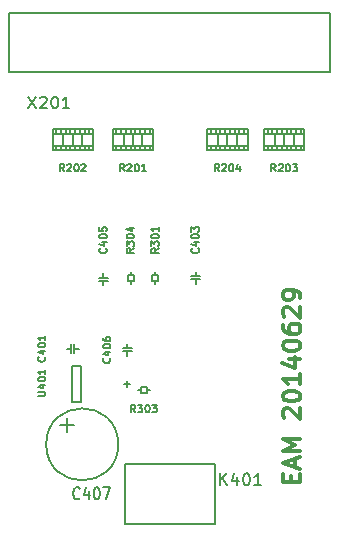
<source format=gto>
G04 #@! TF.GenerationSoftware,KiCad,Pcbnew,(5.1.5)-3*
G04 #@! TF.CreationDate,2021-08-10T21:54:11+02:00*
G04 #@! TF.ProjectId,eam,65616d2e-6b69-4636-9164-5f7063625858,0429 -*
G04 #@! TF.SameCoordinates,Original*
G04 #@! TF.FileFunction,Legend,Top*
G04 #@! TF.FilePolarity,Positive*
%FSLAX46Y46*%
G04 Gerber Fmt 4.6, Leading zero omitted, Abs format (unit mm)*
G04 Created by KiCad (PCBNEW (5.1.5)-3) date 2021-08-10 21:54:11*
%MOMM*%
%LPD*%
G04 APERTURE LIST*
%ADD10C,0.300000*%
%ADD11C,0.127000*%
%ADD12C,0.203200*%
%ADD13C,0.150000*%
%ADD14C,0.152400*%
G04 APERTURE END LIST*
D10*
X122592857Y-145207142D02*
X122592857Y-144707142D01*
X123378571Y-144492857D02*
X123378571Y-145207142D01*
X121878571Y-145207142D01*
X121878571Y-144492857D01*
X122950000Y-143921428D02*
X122950000Y-143207142D01*
X123378571Y-144064285D02*
X121878571Y-143564285D01*
X123378571Y-143064285D01*
X123378571Y-142564285D02*
X121878571Y-142564285D01*
X122950000Y-142064285D01*
X121878571Y-141564285D01*
X123378571Y-141564285D01*
X122021428Y-139778571D02*
X121950000Y-139707142D01*
X121878571Y-139564285D01*
X121878571Y-139207142D01*
X121950000Y-139064285D01*
X122021428Y-138992857D01*
X122164285Y-138921428D01*
X122307142Y-138921428D01*
X122521428Y-138992857D01*
X123378571Y-139850000D01*
X123378571Y-138921428D01*
X121878571Y-137992857D02*
X121878571Y-137850000D01*
X121950000Y-137707142D01*
X122021428Y-137635714D01*
X122164285Y-137564285D01*
X122450000Y-137492857D01*
X122807142Y-137492857D01*
X123092857Y-137564285D01*
X123235714Y-137635714D01*
X123307142Y-137707142D01*
X123378571Y-137850000D01*
X123378571Y-137992857D01*
X123307142Y-138135714D01*
X123235714Y-138207142D01*
X123092857Y-138278571D01*
X122807142Y-138350000D01*
X122450000Y-138350000D01*
X122164285Y-138278571D01*
X122021428Y-138207142D01*
X121950000Y-138135714D01*
X121878571Y-137992857D01*
X123378571Y-136064285D02*
X123378571Y-136921428D01*
X123378571Y-136492857D02*
X121878571Y-136492857D01*
X122092857Y-136635714D01*
X122235714Y-136778571D01*
X122307142Y-136921428D01*
X122378571Y-134778571D02*
X123378571Y-134778571D01*
X121807142Y-135135714D02*
X122878571Y-135492857D01*
X122878571Y-134564285D01*
X121878571Y-133707142D02*
X121878571Y-133564285D01*
X121950000Y-133421428D01*
X122021428Y-133350000D01*
X122164285Y-133278571D01*
X122450000Y-133207142D01*
X122807142Y-133207142D01*
X123092857Y-133278571D01*
X123235714Y-133350000D01*
X123307142Y-133421428D01*
X123378571Y-133564285D01*
X123378571Y-133707142D01*
X123307142Y-133850000D01*
X123235714Y-133921428D01*
X123092857Y-133992857D01*
X122807142Y-134064285D01*
X122450000Y-134064285D01*
X122164285Y-133992857D01*
X122021428Y-133921428D01*
X121950000Y-133850000D01*
X121878571Y-133707142D01*
X121878571Y-131921428D02*
X121878571Y-132207142D01*
X121950000Y-132350000D01*
X122021428Y-132421428D01*
X122235714Y-132564285D01*
X122521428Y-132635714D01*
X123092857Y-132635714D01*
X123235714Y-132564285D01*
X123307142Y-132492857D01*
X123378571Y-132350000D01*
X123378571Y-132064285D01*
X123307142Y-131921428D01*
X123235714Y-131850000D01*
X123092857Y-131778571D01*
X122735714Y-131778571D01*
X122592857Y-131850000D01*
X122521428Y-131921428D01*
X122450000Y-132064285D01*
X122450000Y-132350000D01*
X122521428Y-132492857D01*
X122592857Y-132564285D01*
X122735714Y-132635714D01*
X122021428Y-131207142D02*
X121950000Y-131135714D01*
X121878571Y-130992857D01*
X121878571Y-130635714D01*
X121950000Y-130492857D01*
X122021428Y-130421428D01*
X122164285Y-130350000D01*
X122307142Y-130350000D01*
X122521428Y-130421428D01*
X123378571Y-131278571D01*
X123378571Y-130350000D01*
X123378571Y-129635714D02*
X123378571Y-129350000D01*
X123307142Y-129207142D01*
X123235714Y-129135714D01*
X123021428Y-128992857D01*
X122735714Y-128921428D01*
X122164285Y-128921428D01*
X122021428Y-128992857D01*
X121950000Y-129064285D01*
X121878571Y-129207142D01*
X121878571Y-129492857D01*
X121950000Y-129635714D01*
X122021428Y-129707142D01*
X122164285Y-129778571D01*
X122521428Y-129778571D01*
X122664285Y-129707142D01*
X122735714Y-129635714D01*
X122807142Y-129492857D01*
X122807142Y-129207142D01*
X122735714Y-129064285D01*
X122664285Y-128992857D01*
X122521428Y-128921428D01*
D11*
X104227000Y-133900000D02*
X104608000Y-133900000D01*
X104227000Y-133519000D02*
X104227000Y-134281000D01*
X103592000Y-133900000D02*
X103973000Y-133900000D01*
X103973000Y-133900000D02*
X103973000Y-133519000D01*
X103973000Y-133519000D02*
X103973000Y-134281000D01*
X114119000Y-128027000D02*
X114881000Y-128027000D01*
X114500000Y-128027000D02*
X114119000Y-128027000D01*
X114500000Y-128408000D02*
X114500000Y-128027000D01*
X114119000Y-127773000D02*
X114881000Y-127773000D01*
X114500000Y-127773000D02*
X114500000Y-127392000D01*
X106700000Y-127873000D02*
X106700000Y-127492000D01*
X106319000Y-127873000D02*
X107081000Y-127873000D01*
X106700000Y-128508000D02*
X106700000Y-128127000D01*
X106700000Y-128127000D02*
X106319000Y-128127000D01*
X106319000Y-128127000D02*
X107081000Y-128127000D01*
X108700000Y-136667000D02*
X108700000Y-137175000D01*
X108954000Y-136921000D02*
X108446000Y-136921000D01*
X108700000Y-134127000D02*
X108700000Y-134508000D01*
X109081000Y-134127000D02*
X108319000Y-134127000D01*
X108700000Y-133492000D02*
X108700000Y-133873000D01*
X108700000Y-133873000D02*
X109081000Y-133873000D01*
X109081000Y-133873000D02*
X108319000Y-133873000D01*
D12*
X107948000Y-142000000D02*
G75*
G03X107948000Y-142000000I-3048000J0D01*
G01*
X108490000Y-143660000D02*
X116110000Y-143660000D01*
X116110000Y-148740000D02*
X108490000Y-148740000D01*
X108490000Y-148740000D02*
X108490000Y-143660000D01*
X116110000Y-143660000D02*
X116110000Y-148740000D01*
D11*
X107800460Y-115300840D02*
X107800460Y-115699620D01*
X108199240Y-115300840D02*
X108199240Y-115699620D01*
X108199240Y-116700380D02*
X108199240Y-117099160D01*
X107800460Y-116700380D02*
X107800460Y-117099160D01*
X108600560Y-116700380D02*
X108600560Y-117099160D01*
X108600560Y-115300840D02*
X108600560Y-115699620D01*
X108999340Y-115699620D02*
X108999340Y-115300840D01*
X108999340Y-117099160D02*
X108999340Y-116700380D01*
X109400660Y-116700380D02*
X109400660Y-117099160D01*
X109400660Y-115300840D02*
X109400660Y-115699620D01*
X109799440Y-115699620D02*
X109799440Y-115300840D01*
X109799440Y-117099160D02*
X109799440Y-116700380D01*
X110200760Y-116700380D02*
X110200760Y-117099160D01*
X110200760Y-115300840D02*
X110200760Y-115699620D01*
X110599540Y-116700380D02*
X110599540Y-117099160D01*
X110599540Y-115300840D02*
X110599540Y-115699620D01*
X108399900Y-115699620D02*
X108399900Y-116700380D01*
X109200000Y-115699620D02*
X109200000Y-116700380D01*
X110000100Y-115699620D02*
X110000100Y-116700380D01*
X107500740Y-115300840D02*
X107500740Y-117099160D01*
X110899260Y-115300840D02*
X110899260Y-117099160D01*
X107500740Y-117099160D02*
X110899260Y-117099160D01*
X110899260Y-115300840D02*
X107500740Y-115300840D01*
X107500740Y-115699620D02*
X110899260Y-115699620D01*
X110899260Y-116700380D02*
X107500740Y-116700380D01*
X102700460Y-115300840D02*
X102700460Y-115699620D01*
X103099240Y-115300840D02*
X103099240Y-115699620D01*
X103099240Y-116700380D02*
X103099240Y-117099160D01*
X102700460Y-116700380D02*
X102700460Y-117099160D01*
X103500560Y-116700380D02*
X103500560Y-117099160D01*
X103500560Y-115300840D02*
X103500560Y-115699620D01*
X103899340Y-115699620D02*
X103899340Y-115300840D01*
X103899340Y-117099160D02*
X103899340Y-116700380D01*
X104300660Y-116700380D02*
X104300660Y-117099160D01*
X104300660Y-115300840D02*
X104300660Y-115699620D01*
X104699440Y-115699620D02*
X104699440Y-115300840D01*
X104699440Y-117099160D02*
X104699440Y-116700380D01*
X105100760Y-116700380D02*
X105100760Y-117099160D01*
X105100760Y-115300840D02*
X105100760Y-115699620D01*
X105499540Y-116700380D02*
X105499540Y-117099160D01*
X105499540Y-115300840D02*
X105499540Y-115699620D01*
X103299900Y-115699620D02*
X103299900Y-116700380D01*
X104100000Y-115699620D02*
X104100000Y-116700380D01*
X104900100Y-115699620D02*
X104900100Y-116700380D01*
X102400740Y-115300840D02*
X102400740Y-117099160D01*
X105799260Y-115300840D02*
X105799260Y-117099160D01*
X102400740Y-117099160D02*
X105799260Y-117099160D01*
X105799260Y-115300840D02*
X102400740Y-115300840D01*
X102400740Y-115699620D02*
X105799260Y-115699620D01*
X105799260Y-116700380D02*
X102400740Y-116700380D01*
X123699260Y-116700380D02*
X120300740Y-116700380D01*
X120300740Y-115699620D02*
X123699260Y-115699620D01*
X123699260Y-115300840D02*
X120300740Y-115300840D01*
X120300740Y-117099160D02*
X123699260Y-117099160D01*
X123699260Y-115300840D02*
X123699260Y-117099160D01*
X120300740Y-115300840D02*
X120300740Y-117099160D01*
X122800100Y-115699620D02*
X122800100Y-116700380D01*
X122000000Y-115699620D02*
X122000000Y-116700380D01*
X121199900Y-115699620D02*
X121199900Y-116700380D01*
X123399540Y-115300840D02*
X123399540Y-115699620D01*
X123399540Y-116700380D02*
X123399540Y-117099160D01*
X123000760Y-115300840D02*
X123000760Y-115699620D01*
X123000760Y-116700380D02*
X123000760Y-117099160D01*
X122599440Y-117099160D02*
X122599440Y-116700380D01*
X122599440Y-115699620D02*
X122599440Y-115300840D01*
X122200660Y-115300840D02*
X122200660Y-115699620D01*
X122200660Y-116700380D02*
X122200660Y-117099160D01*
X121799340Y-117099160D02*
X121799340Y-116700380D01*
X121799340Y-115699620D02*
X121799340Y-115300840D01*
X121400560Y-115300840D02*
X121400560Y-115699620D01*
X121400560Y-116700380D02*
X121400560Y-117099160D01*
X120600460Y-116700380D02*
X120600460Y-117099160D01*
X120999240Y-116700380D02*
X120999240Y-117099160D01*
X120999240Y-115300840D02*
X120999240Y-115699620D01*
X120600460Y-115300840D02*
X120600460Y-115699620D01*
X118899260Y-116700380D02*
X115500740Y-116700380D01*
X115500740Y-115699620D02*
X118899260Y-115699620D01*
X118899260Y-115300840D02*
X115500740Y-115300840D01*
X115500740Y-117099160D02*
X118899260Y-117099160D01*
X118899260Y-115300840D02*
X118899260Y-117099160D01*
X115500740Y-115300840D02*
X115500740Y-117099160D01*
X118000100Y-115699620D02*
X118000100Y-116700380D01*
X117200000Y-115699620D02*
X117200000Y-116700380D01*
X116399900Y-115699620D02*
X116399900Y-116700380D01*
X118599540Y-115300840D02*
X118599540Y-115699620D01*
X118599540Y-116700380D02*
X118599540Y-117099160D01*
X118200760Y-115300840D02*
X118200760Y-115699620D01*
X118200760Y-116700380D02*
X118200760Y-117099160D01*
X117799440Y-117099160D02*
X117799440Y-116700380D01*
X117799440Y-115699620D02*
X117799440Y-115300840D01*
X117400660Y-115300840D02*
X117400660Y-115699620D01*
X117400660Y-116700380D02*
X117400660Y-117099160D01*
X116999340Y-117099160D02*
X116999340Y-116700380D01*
X116999340Y-115699620D02*
X116999340Y-115300840D01*
X116600560Y-115300840D02*
X116600560Y-115699620D01*
X116600560Y-116700380D02*
X116600560Y-117099160D01*
X115800460Y-116700380D02*
X115800460Y-117099160D01*
X116199240Y-116700380D02*
X116199240Y-117099160D01*
X116199240Y-115300840D02*
X116199240Y-115699620D01*
X115800460Y-115300840D02*
X115800460Y-115699620D01*
X111100000Y-128154000D02*
X111100000Y-128408000D01*
X111100000Y-127392000D02*
X111100000Y-127646000D01*
X111354000Y-127646000D02*
X110973000Y-127646000D01*
X110973000Y-127646000D02*
X110846000Y-127646000D01*
X110846000Y-127646000D02*
X110846000Y-128154000D01*
X110846000Y-128154000D02*
X111354000Y-128154000D01*
X111354000Y-128154000D02*
X111354000Y-127646000D01*
X110354000Y-137146000D02*
X109846000Y-137146000D01*
X110354000Y-137654000D02*
X110354000Y-137146000D01*
X109846000Y-137654000D02*
X110354000Y-137654000D01*
X109846000Y-137527000D02*
X109846000Y-137654000D01*
X109846000Y-137146000D02*
X109846000Y-137527000D01*
X109592000Y-137400000D02*
X109846000Y-137400000D01*
X110354000Y-137400000D02*
X110608000Y-137400000D01*
X108746000Y-127646000D02*
X108746000Y-128154000D01*
X109254000Y-127646000D02*
X108746000Y-127646000D01*
X109254000Y-128154000D02*
X109254000Y-127646000D01*
X109127000Y-128154000D02*
X109254000Y-128154000D01*
X108746000Y-128154000D02*
X109127000Y-128154000D01*
X109000000Y-128408000D02*
X109000000Y-128154000D01*
X109000000Y-127646000D02*
X109000000Y-127392000D01*
X104781000Y-135376000D02*
X104781000Y-138424000D01*
X104781000Y-138424000D02*
X104019000Y-138424000D01*
X104019000Y-138424000D02*
X104019000Y-135376000D01*
X104019000Y-135376000D02*
X104781000Y-135376000D01*
D13*
X98700000Y-105500000D02*
X125900000Y-105500000D01*
X125900000Y-105500000D02*
X125900000Y-110500000D01*
X125900000Y-110500000D02*
X98700000Y-110500000D01*
X98700000Y-110500000D02*
X98700000Y-105500000D01*
D11*
X101726785Y-134610595D02*
X101757023Y-134640833D01*
X101787261Y-134731547D01*
X101787261Y-134792023D01*
X101757023Y-134882738D01*
X101696547Y-134943214D01*
X101636071Y-134973452D01*
X101515119Y-135003690D01*
X101424404Y-135003690D01*
X101303452Y-134973452D01*
X101242976Y-134943214D01*
X101182500Y-134882738D01*
X101152261Y-134792023D01*
X101152261Y-134731547D01*
X101182500Y-134640833D01*
X101212738Y-134610595D01*
X101363928Y-134066309D02*
X101787261Y-134066309D01*
X101122023Y-134217500D02*
X101575595Y-134368690D01*
X101575595Y-133975595D01*
X101152261Y-133612738D02*
X101152261Y-133552261D01*
X101182500Y-133491785D01*
X101212738Y-133461547D01*
X101273214Y-133431309D01*
X101394166Y-133401071D01*
X101545357Y-133401071D01*
X101666309Y-133431309D01*
X101726785Y-133461547D01*
X101757023Y-133491785D01*
X101787261Y-133552261D01*
X101787261Y-133612738D01*
X101757023Y-133673214D01*
X101726785Y-133703452D01*
X101666309Y-133733690D01*
X101545357Y-133763928D01*
X101394166Y-133763928D01*
X101273214Y-133733690D01*
X101212738Y-133703452D01*
X101182500Y-133673214D01*
X101152261Y-133612738D01*
X101787261Y-132796309D02*
X101787261Y-133159166D01*
X101787261Y-132977738D02*
X101152261Y-132977738D01*
X101242976Y-133038214D01*
X101303452Y-133098690D01*
X101333690Y-133159166D01*
X114726785Y-125410595D02*
X114757023Y-125440833D01*
X114787261Y-125531547D01*
X114787261Y-125592023D01*
X114757023Y-125682738D01*
X114696547Y-125743214D01*
X114636071Y-125773452D01*
X114515119Y-125803690D01*
X114424404Y-125803690D01*
X114303452Y-125773452D01*
X114242976Y-125743214D01*
X114182500Y-125682738D01*
X114152261Y-125592023D01*
X114152261Y-125531547D01*
X114182500Y-125440833D01*
X114212738Y-125410595D01*
X114363928Y-124866309D02*
X114787261Y-124866309D01*
X114122023Y-125017500D02*
X114575595Y-125168690D01*
X114575595Y-124775595D01*
X114152261Y-124412738D02*
X114152261Y-124352261D01*
X114182500Y-124291785D01*
X114212738Y-124261547D01*
X114273214Y-124231309D01*
X114394166Y-124201071D01*
X114545357Y-124201071D01*
X114666309Y-124231309D01*
X114726785Y-124261547D01*
X114757023Y-124291785D01*
X114787261Y-124352261D01*
X114787261Y-124412738D01*
X114757023Y-124473214D01*
X114726785Y-124503452D01*
X114666309Y-124533690D01*
X114545357Y-124563928D01*
X114394166Y-124563928D01*
X114273214Y-124533690D01*
X114212738Y-124503452D01*
X114182500Y-124473214D01*
X114152261Y-124412738D01*
X114152261Y-123989404D02*
X114152261Y-123596309D01*
X114394166Y-123807976D01*
X114394166Y-123717261D01*
X114424404Y-123656785D01*
X114454642Y-123626547D01*
X114515119Y-123596309D01*
X114666309Y-123596309D01*
X114726785Y-123626547D01*
X114757023Y-123656785D01*
X114787261Y-123717261D01*
X114787261Y-123898690D01*
X114757023Y-123959166D01*
X114726785Y-123989404D01*
X106926785Y-125410595D02*
X106957023Y-125440833D01*
X106987261Y-125531547D01*
X106987261Y-125592023D01*
X106957023Y-125682738D01*
X106896547Y-125743214D01*
X106836071Y-125773452D01*
X106715119Y-125803690D01*
X106624404Y-125803690D01*
X106503452Y-125773452D01*
X106442976Y-125743214D01*
X106382500Y-125682738D01*
X106352261Y-125592023D01*
X106352261Y-125531547D01*
X106382500Y-125440833D01*
X106412738Y-125410595D01*
X106563928Y-124866309D02*
X106987261Y-124866309D01*
X106322023Y-125017500D02*
X106775595Y-125168690D01*
X106775595Y-124775595D01*
X106352261Y-124412738D02*
X106352261Y-124352261D01*
X106382500Y-124291785D01*
X106412738Y-124261547D01*
X106473214Y-124231309D01*
X106594166Y-124201071D01*
X106745357Y-124201071D01*
X106866309Y-124231309D01*
X106926785Y-124261547D01*
X106957023Y-124291785D01*
X106987261Y-124352261D01*
X106987261Y-124412738D01*
X106957023Y-124473214D01*
X106926785Y-124503452D01*
X106866309Y-124533690D01*
X106745357Y-124563928D01*
X106594166Y-124563928D01*
X106473214Y-124533690D01*
X106412738Y-124503452D01*
X106382500Y-124473214D01*
X106352261Y-124412738D01*
X106352261Y-123626547D02*
X106352261Y-123928928D01*
X106654642Y-123959166D01*
X106624404Y-123928928D01*
X106594166Y-123868452D01*
X106594166Y-123717261D01*
X106624404Y-123656785D01*
X106654642Y-123626547D01*
X106715119Y-123596309D01*
X106866309Y-123596309D01*
X106926785Y-123626547D01*
X106957023Y-123656785D01*
X106987261Y-123717261D01*
X106987261Y-123868452D01*
X106957023Y-123928928D01*
X106926785Y-123959166D01*
X107226785Y-134710595D02*
X107257023Y-134740833D01*
X107287261Y-134831547D01*
X107287261Y-134892023D01*
X107257023Y-134982738D01*
X107196547Y-135043214D01*
X107136071Y-135073452D01*
X107015119Y-135103690D01*
X106924404Y-135103690D01*
X106803452Y-135073452D01*
X106742976Y-135043214D01*
X106682500Y-134982738D01*
X106652261Y-134892023D01*
X106652261Y-134831547D01*
X106682500Y-134740833D01*
X106712738Y-134710595D01*
X106863928Y-134166309D02*
X107287261Y-134166309D01*
X106622023Y-134317500D02*
X107075595Y-134468690D01*
X107075595Y-134075595D01*
X106652261Y-133712738D02*
X106652261Y-133652261D01*
X106682500Y-133591785D01*
X106712738Y-133561547D01*
X106773214Y-133531309D01*
X106894166Y-133501071D01*
X107045357Y-133501071D01*
X107166309Y-133531309D01*
X107226785Y-133561547D01*
X107257023Y-133591785D01*
X107287261Y-133652261D01*
X107287261Y-133712738D01*
X107257023Y-133773214D01*
X107226785Y-133803452D01*
X107166309Y-133833690D01*
X107045357Y-133863928D01*
X106894166Y-133863928D01*
X106773214Y-133833690D01*
X106712738Y-133803452D01*
X106682500Y-133773214D01*
X106652261Y-133712738D01*
X106652261Y-132956785D02*
X106652261Y-133077738D01*
X106682500Y-133138214D01*
X106712738Y-133168452D01*
X106803452Y-133228928D01*
X106924404Y-133259166D01*
X107166309Y-133259166D01*
X107226785Y-133228928D01*
X107257023Y-133198690D01*
X107287261Y-133138214D01*
X107287261Y-133017261D01*
X107257023Y-132956785D01*
X107226785Y-132926547D01*
X107166309Y-132896309D01*
X107015119Y-132896309D01*
X106954642Y-132926547D01*
X106924404Y-132956785D01*
X106894166Y-133017261D01*
X106894166Y-133138214D01*
X106924404Y-133198690D01*
X106954642Y-133228928D01*
X107015119Y-133259166D01*
D12*
X104705166Y-146562857D02*
X104662833Y-146611238D01*
X104535833Y-146659619D01*
X104451166Y-146659619D01*
X104324166Y-146611238D01*
X104239500Y-146514476D01*
X104197166Y-146417714D01*
X104154833Y-146224190D01*
X104154833Y-146079047D01*
X104197166Y-145885523D01*
X104239500Y-145788761D01*
X104324166Y-145692000D01*
X104451166Y-145643619D01*
X104535833Y-145643619D01*
X104662833Y-145692000D01*
X104705166Y-145740380D01*
X105467166Y-145982285D02*
X105467166Y-146659619D01*
X105255500Y-145595238D02*
X105043833Y-146320952D01*
X105594166Y-146320952D01*
X106102166Y-145643619D02*
X106186833Y-145643619D01*
X106271500Y-145692000D01*
X106313833Y-145740380D01*
X106356166Y-145837142D01*
X106398500Y-146030666D01*
X106398500Y-146272571D01*
X106356166Y-146466095D01*
X106313833Y-146562857D01*
X106271500Y-146611238D01*
X106186833Y-146659619D01*
X106102166Y-146659619D01*
X106017500Y-146611238D01*
X105975166Y-146562857D01*
X105932833Y-146466095D01*
X105890500Y-146272571D01*
X105890500Y-146030666D01*
X105932833Y-145837142D01*
X105975166Y-145740380D01*
X106017500Y-145692000D01*
X106102166Y-145643619D01*
X106694833Y-145643619D02*
X107287500Y-145643619D01*
X106906500Y-146659619D01*
X103049428Y-140330857D02*
X104210571Y-140330857D01*
X103630000Y-140911428D02*
X103630000Y-139750285D01*
D14*
X116582476Y-145459619D02*
X116582476Y-144443619D01*
X117163047Y-145459619D02*
X116727619Y-144879047D01*
X117163047Y-144443619D02*
X116582476Y-145024190D01*
X118033904Y-144782285D02*
X118033904Y-145459619D01*
X117792000Y-144395238D02*
X117550095Y-145120952D01*
X118179047Y-145120952D01*
X118759619Y-144443619D02*
X118856380Y-144443619D01*
X118953142Y-144492000D01*
X119001523Y-144540380D01*
X119049904Y-144637142D01*
X119098285Y-144830666D01*
X119098285Y-145072571D01*
X119049904Y-145266095D01*
X119001523Y-145362857D01*
X118953142Y-145411238D01*
X118856380Y-145459619D01*
X118759619Y-145459619D01*
X118662857Y-145411238D01*
X118614476Y-145362857D01*
X118566095Y-145266095D01*
X118517714Y-145072571D01*
X118517714Y-144830666D01*
X118566095Y-144637142D01*
X118614476Y-144540380D01*
X118662857Y-144492000D01*
X118759619Y-144443619D01*
X120065904Y-145459619D02*
X119485333Y-145459619D01*
X119775619Y-145459619D02*
X119775619Y-144443619D01*
X119678857Y-144588761D01*
X119582095Y-144685523D01*
X119485333Y-144733904D01*
D11*
X108489404Y-118887261D02*
X108277738Y-118584880D01*
X108126547Y-118887261D02*
X108126547Y-118252261D01*
X108368452Y-118252261D01*
X108428928Y-118282500D01*
X108459166Y-118312738D01*
X108489404Y-118373214D01*
X108489404Y-118463928D01*
X108459166Y-118524404D01*
X108428928Y-118554642D01*
X108368452Y-118584880D01*
X108126547Y-118584880D01*
X108731309Y-118312738D02*
X108761547Y-118282500D01*
X108822023Y-118252261D01*
X108973214Y-118252261D01*
X109033690Y-118282500D01*
X109063928Y-118312738D01*
X109094166Y-118373214D01*
X109094166Y-118433690D01*
X109063928Y-118524404D01*
X108701071Y-118887261D01*
X109094166Y-118887261D01*
X109487261Y-118252261D02*
X109547738Y-118252261D01*
X109608214Y-118282500D01*
X109638452Y-118312738D01*
X109668690Y-118373214D01*
X109698928Y-118494166D01*
X109698928Y-118645357D01*
X109668690Y-118766309D01*
X109638452Y-118826785D01*
X109608214Y-118857023D01*
X109547738Y-118887261D01*
X109487261Y-118887261D01*
X109426785Y-118857023D01*
X109396547Y-118826785D01*
X109366309Y-118766309D01*
X109336071Y-118645357D01*
X109336071Y-118494166D01*
X109366309Y-118373214D01*
X109396547Y-118312738D01*
X109426785Y-118282500D01*
X109487261Y-118252261D01*
X110303690Y-118887261D02*
X109940833Y-118887261D01*
X110122261Y-118887261D02*
X110122261Y-118252261D01*
X110061785Y-118342976D01*
X110001309Y-118403452D01*
X109940833Y-118433690D01*
X103389404Y-118887261D02*
X103177738Y-118584880D01*
X103026547Y-118887261D02*
X103026547Y-118252261D01*
X103268452Y-118252261D01*
X103328928Y-118282500D01*
X103359166Y-118312738D01*
X103389404Y-118373214D01*
X103389404Y-118463928D01*
X103359166Y-118524404D01*
X103328928Y-118554642D01*
X103268452Y-118584880D01*
X103026547Y-118584880D01*
X103631309Y-118312738D02*
X103661547Y-118282500D01*
X103722023Y-118252261D01*
X103873214Y-118252261D01*
X103933690Y-118282500D01*
X103963928Y-118312738D01*
X103994166Y-118373214D01*
X103994166Y-118433690D01*
X103963928Y-118524404D01*
X103601071Y-118887261D01*
X103994166Y-118887261D01*
X104387261Y-118252261D02*
X104447738Y-118252261D01*
X104508214Y-118282500D01*
X104538452Y-118312738D01*
X104568690Y-118373214D01*
X104598928Y-118494166D01*
X104598928Y-118645357D01*
X104568690Y-118766309D01*
X104538452Y-118826785D01*
X104508214Y-118857023D01*
X104447738Y-118887261D01*
X104387261Y-118887261D01*
X104326785Y-118857023D01*
X104296547Y-118826785D01*
X104266309Y-118766309D01*
X104236071Y-118645357D01*
X104236071Y-118494166D01*
X104266309Y-118373214D01*
X104296547Y-118312738D01*
X104326785Y-118282500D01*
X104387261Y-118252261D01*
X104840833Y-118312738D02*
X104871071Y-118282500D01*
X104931547Y-118252261D01*
X105082738Y-118252261D01*
X105143214Y-118282500D01*
X105173452Y-118312738D01*
X105203690Y-118373214D01*
X105203690Y-118433690D01*
X105173452Y-118524404D01*
X104810595Y-118887261D01*
X105203690Y-118887261D01*
X121289404Y-118887261D02*
X121077738Y-118584880D01*
X120926547Y-118887261D02*
X120926547Y-118252261D01*
X121168452Y-118252261D01*
X121228928Y-118282500D01*
X121259166Y-118312738D01*
X121289404Y-118373214D01*
X121289404Y-118463928D01*
X121259166Y-118524404D01*
X121228928Y-118554642D01*
X121168452Y-118584880D01*
X120926547Y-118584880D01*
X121531309Y-118312738D02*
X121561547Y-118282500D01*
X121622023Y-118252261D01*
X121773214Y-118252261D01*
X121833690Y-118282500D01*
X121863928Y-118312738D01*
X121894166Y-118373214D01*
X121894166Y-118433690D01*
X121863928Y-118524404D01*
X121501071Y-118887261D01*
X121894166Y-118887261D01*
X122287261Y-118252261D02*
X122347738Y-118252261D01*
X122408214Y-118282500D01*
X122438452Y-118312738D01*
X122468690Y-118373214D01*
X122498928Y-118494166D01*
X122498928Y-118645357D01*
X122468690Y-118766309D01*
X122438452Y-118826785D01*
X122408214Y-118857023D01*
X122347738Y-118887261D01*
X122287261Y-118887261D01*
X122226785Y-118857023D01*
X122196547Y-118826785D01*
X122166309Y-118766309D01*
X122136071Y-118645357D01*
X122136071Y-118494166D01*
X122166309Y-118373214D01*
X122196547Y-118312738D01*
X122226785Y-118282500D01*
X122287261Y-118252261D01*
X122710595Y-118252261D02*
X123103690Y-118252261D01*
X122892023Y-118494166D01*
X122982738Y-118494166D01*
X123043214Y-118524404D01*
X123073452Y-118554642D01*
X123103690Y-118615119D01*
X123103690Y-118766309D01*
X123073452Y-118826785D01*
X123043214Y-118857023D01*
X122982738Y-118887261D01*
X122801309Y-118887261D01*
X122740833Y-118857023D01*
X122710595Y-118826785D01*
X116489404Y-118887261D02*
X116277738Y-118584880D01*
X116126547Y-118887261D02*
X116126547Y-118252261D01*
X116368452Y-118252261D01*
X116428928Y-118282500D01*
X116459166Y-118312738D01*
X116489404Y-118373214D01*
X116489404Y-118463928D01*
X116459166Y-118524404D01*
X116428928Y-118554642D01*
X116368452Y-118584880D01*
X116126547Y-118584880D01*
X116731309Y-118312738D02*
X116761547Y-118282500D01*
X116822023Y-118252261D01*
X116973214Y-118252261D01*
X117033690Y-118282500D01*
X117063928Y-118312738D01*
X117094166Y-118373214D01*
X117094166Y-118433690D01*
X117063928Y-118524404D01*
X116701071Y-118887261D01*
X117094166Y-118887261D01*
X117487261Y-118252261D02*
X117547738Y-118252261D01*
X117608214Y-118282500D01*
X117638452Y-118312738D01*
X117668690Y-118373214D01*
X117698928Y-118494166D01*
X117698928Y-118645357D01*
X117668690Y-118766309D01*
X117638452Y-118826785D01*
X117608214Y-118857023D01*
X117547738Y-118887261D01*
X117487261Y-118887261D01*
X117426785Y-118857023D01*
X117396547Y-118826785D01*
X117366309Y-118766309D01*
X117336071Y-118645357D01*
X117336071Y-118494166D01*
X117366309Y-118373214D01*
X117396547Y-118312738D01*
X117426785Y-118282500D01*
X117487261Y-118252261D01*
X118243214Y-118463928D02*
X118243214Y-118887261D01*
X118092023Y-118222023D02*
X117940833Y-118675595D01*
X118333928Y-118675595D01*
X111387261Y-125410595D02*
X111084880Y-125622261D01*
X111387261Y-125773452D02*
X110752261Y-125773452D01*
X110752261Y-125531547D01*
X110782500Y-125471071D01*
X110812738Y-125440833D01*
X110873214Y-125410595D01*
X110963928Y-125410595D01*
X111024404Y-125440833D01*
X111054642Y-125471071D01*
X111084880Y-125531547D01*
X111084880Y-125773452D01*
X110752261Y-125198928D02*
X110752261Y-124805833D01*
X110994166Y-125017500D01*
X110994166Y-124926785D01*
X111024404Y-124866309D01*
X111054642Y-124836071D01*
X111115119Y-124805833D01*
X111266309Y-124805833D01*
X111326785Y-124836071D01*
X111357023Y-124866309D01*
X111387261Y-124926785D01*
X111387261Y-125108214D01*
X111357023Y-125168690D01*
X111326785Y-125198928D01*
X110752261Y-124412738D02*
X110752261Y-124352261D01*
X110782500Y-124291785D01*
X110812738Y-124261547D01*
X110873214Y-124231309D01*
X110994166Y-124201071D01*
X111145357Y-124201071D01*
X111266309Y-124231309D01*
X111326785Y-124261547D01*
X111357023Y-124291785D01*
X111387261Y-124352261D01*
X111387261Y-124412738D01*
X111357023Y-124473214D01*
X111326785Y-124503452D01*
X111266309Y-124533690D01*
X111145357Y-124563928D01*
X110994166Y-124563928D01*
X110873214Y-124533690D01*
X110812738Y-124503452D01*
X110782500Y-124473214D01*
X110752261Y-124412738D01*
X111387261Y-123596309D02*
X111387261Y-123959166D01*
X111387261Y-123777738D02*
X110752261Y-123777738D01*
X110842976Y-123838214D01*
X110903452Y-123898690D01*
X110933690Y-123959166D01*
X109389404Y-139287261D02*
X109177738Y-138984880D01*
X109026547Y-139287261D02*
X109026547Y-138652261D01*
X109268452Y-138652261D01*
X109328928Y-138682500D01*
X109359166Y-138712738D01*
X109389404Y-138773214D01*
X109389404Y-138863928D01*
X109359166Y-138924404D01*
X109328928Y-138954642D01*
X109268452Y-138984880D01*
X109026547Y-138984880D01*
X109601071Y-138652261D02*
X109994166Y-138652261D01*
X109782500Y-138894166D01*
X109873214Y-138894166D01*
X109933690Y-138924404D01*
X109963928Y-138954642D01*
X109994166Y-139015119D01*
X109994166Y-139166309D01*
X109963928Y-139226785D01*
X109933690Y-139257023D01*
X109873214Y-139287261D01*
X109691785Y-139287261D01*
X109631309Y-139257023D01*
X109601071Y-139226785D01*
X110387261Y-138652261D02*
X110447738Y-138652261D01*
X110508214Y-138682500D01*
X110538452Y-138712738D01*
X110568690Y-138773214D01*
X110598928Y-138894166D01*
X110598928Y-139045357D01*
X110568690Y-139166309D01*
X110538452Y-139226785D01*
X110508214Y-139257023D01*
X110447738Y-139287261D01*
X110387261Y-139287261D01*
X110326785Y-139257023D01*
X110296547Y-139226785D01*
X110266309Y-139166309D01*
X110236071Y-139045357D01*
X110236071Y-138894166D01*
X110266309Y-138773214D01*
X110296547Y-138712738D01*
X110326785Y-138682500D01*
X110387261Y-138652261D01*
X110810595Y-138652261D02*
X111203690Y-138652261D01*
X110992023Y-138894166D01*
X111082738Y-138894166D01*
X111143214Y-138924404D01*
X111173452Y-138954642D01*
X111203690Y-139015119D01*
X111203690Y-139166309D01*
X111173452Y-139226785D01*
X111143214Y-139257023D01*
X111082738Y-139287261D01*
X110901309Y-139287261D01*
X110840833Y-139257023D01*
X110810595Y-139226785D01*
X109287261Y-125410595D02*
X108984880Y-125622261D01*
X109287261Y-125773452D02*
X108652261Y-125773452D01*
X108652261Y-125531547D01*
X108682500Y-125471071D01*
X108712738Y-125440833D01*
X108773214Y-125410595D01*
X108863928Y-125410595D01*
X108924404Y-125440833D01*
X108954642Y-125471071D01*
X108984880Y-125531547D01*
X108984880Y-125773452D01*
X108652261Y-125198928D02*
X108652261Y-124805833D01*
X108894166Y-125017500D01*
X108894166Y-124926785D01*
X108924404Y-124866309D01*
X108954642Y-124836071D01*
X109015119Y-124805833D01*
X109166309Y-124805833D01*
X109226785Y-124836071D01*
X109257023Y-124866309D01*
X109287261Y-124926785D01*
X109287261Y-125108214D01*
X109257023Y-125168690D01*
X109226785Y-125198928D01*
X108652261Y-124412738D02*
X108652261Y-124352261D01*
X108682500Y-124291785D01*
X108712738Y-124261547D01*
X108773214Y-124231309D01*
X108894166Y-124201071D01*
X109045357Y-124201071D01*
X109166309Y-124231309D01*
X109226785Y-124261547D01*
X109257023Y-124291785D01*
X109287261Y-124352261D01*
X109287261Y-124412738D01*
X109257023Y-124473214D01*
X109226785Y-124503452D01*
X109166309Y-124533690D01*
X109045357Y-124563928D01*
X108894166Y-124563928D01*
X108773214Y-124533690D01*
X108712738Y-124503452D01*
X108682500Y-124473214D01*
X108652261Y-124412738D01*
X108863928Y-123656785D02*
X109287261Y-123656785D01*
X108622023Y-123807976D02*
X109075595Y-123959166D01*
X109075595Y-123566071D01*
X101152261Y-137888571D02*
X101666309Y-137888571D01*
X101726785Y-137858333D01*
X101757023Y-137828095D01*
X101787261Y-137767619D01*
X101787261Y-137646666D01*
X101757023Y-137586190D01*
X101726785Y-137555952D01*
X101666309Y-137525714D01*
X101152261Y-137525714D01*
X101363928Y-136951190D02*
X101787261Y-136951190D01*
X101122023Y-137102380D02*
X101575595Y-137253571D01*
X101575595Y-136860476D01*
X101152261Y-136497619D02*
X101152261Y-136437142D01*
X101182500Y-136376666D01*
X101212738Y-136346428D01*
X101273214Y-136316190D01*
X101394166Y-136285952D01*
X101545357Y-136285952D01*
X101666309Y-136316190D01*
X101726785Y-136346428D01*
X101757023Y-136376666D01*
X101787261Y-136437142D01*
X101787261Y-136497619D01*
X101757023Y-136558095D01*
X101726785Y-136588333D01*
X101666309Y-136618571D01*
X101545357Y-136648809D01*
X101394166Y-136648809D01*
X101273214Y-136618571D01*
X101212738Y-136588333D01*
X101182500Y-136558095D01*
X101152261Y-136497619D01*
X101787261Y-135681190D02*
X101787261Y-136044047D01*
X101787261Y-135862619D02*
X101152261Y-135862619D01*
X101242976Y-135923095D01*
X101303452Y-135983571D01*
X101333690Y-136044047D01*
D13*
X100338095Y-112552380D02*
X101004761Y-113552380D01*
X101004761Y-112552380D02*
X100338095Y-113552380D01*
X101338095Y-112647619D02*
X101385714Y-112600000D01*
X101480952Y-112552380D01*
X101719047Y-112552380D01*
X101814285Y-112600000D01*
X101861904Y-112647619D01*
X101909523Y-112742857D01*
X101909523Y-112838095D01*
X101861904Y-112980952D01*
X101290476Y-113552380D01*
X101909523Y-113552380D01*
X102528571Y-112552380D02*
X102623809Y-112552380D01*
X102719047Y-112600000D01*
X102766666Y-112647619D01*
X102814285Y-112742857D01*
X102861904Y-112933333D01*
X102861904Y-113171428D01*
X102814285Y-113361904D01*
X102766666Y-113457142D01*
X102719047Y-113504761D01*
X102623809Y-113552380D01*
X102528571Y-113552380D01*
X102433333Y-113504761D01*
X102385714Y-113457142D01*
X102338095Y-113361904D01*
X102290476Y-113171428D01*
X102290476Y-112933333D01*
X102338095Y-112742857D01*
X102385714Y-112647619D01*
X102433333Y-112600000D01*
X102528571Y-112552380D01*
X103814285Y-113552380D02*
X103242857Y-113552380D01*
X103528571Y-113552380D02*
X103528571Y-112552380D01*
X103433333Y-112695238D01*
X103338095Y-112790476D01*
X103242857Y-112838095D01*
M02*

</source>
